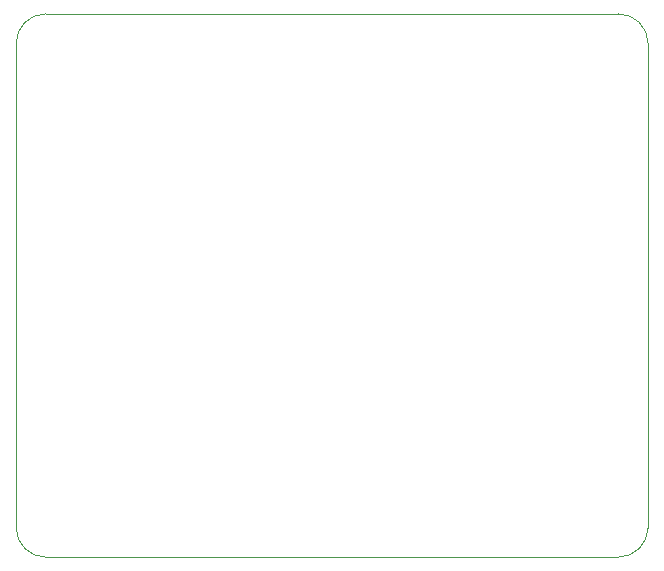
<source format=gbr>
%TF.GenerationSoftware,KiCad,Pcbnew,8.0.3*%
%TF.CreationDate,2024-08-05T20:49:33+08:00*%
%TF.ProjectId,PC_Fan_Control,50435f46-616e-45f4-936f-6e74726f6c2e,v1.0*%
%TF.SameCoordinates,Original*%
%TF.FileFunction,Profile,NP*%
%FSLAX46Y46*%
G04 Gerber Fmt 4.6, Leading zero omitted, Abs format (unit mm)*
G04 Created by KiCad (PCBNEW 8.0.3) date 2024-08-05 20:49:33*
%MOMM*%
%LPD*%
G01*
G04 APERTURE LIST*
%TA.AperFunction,Profile*%
%ADD10C,0.050000*%
%TD*%
G04 APERTURE END LIST*
D10*
X157535467Y-141390600D02*
X109035467Y-141390600D01*
X106535467Y-138890600D02*
X106535467Y-97890600D01*
X109035467Y-141390600D02*
G75*
G02*
X106535500Y-138890600I33J2500000D01*
G01*
X157535467Y-95390600D02*
G75*
G02*
X160035500Y-97890600I33J-2500000D01*
G01*
X109035467Y-95390600D02*
X157535467Y-95390600D01*
X160035467Y-97890600D02*
X160035467Y-138890600D01*
X106535467Y-97890600D02*
G75*
G02*
X109035467Y-95390567I2500033J0D01*
G01*
X160035467Y-138890600D02*
G75*
G02*
X157535467Y-141390567I-2499967J0D01*
G01*
M02*

</source>
